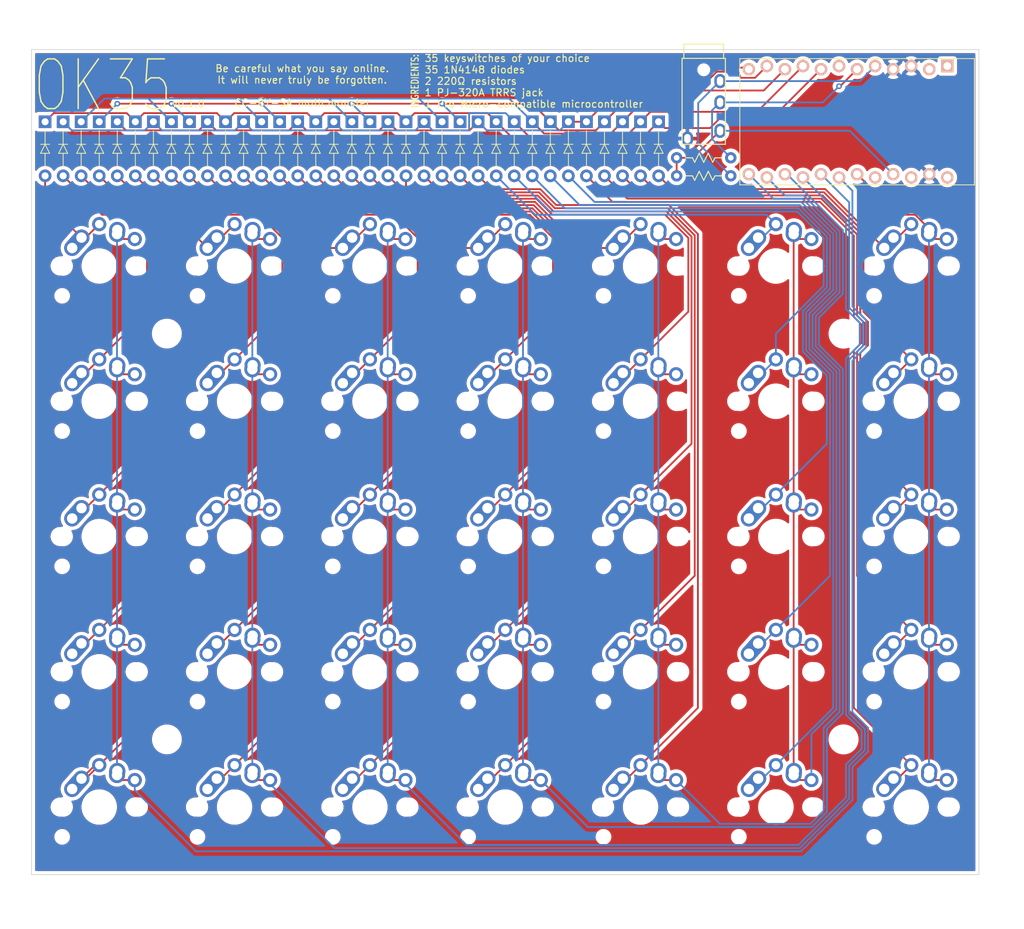
<source format=kicad_pcb>
(kicad_pcb (version 20211014) (generator pcbnew)
  (layers (0 "F.Cu" signal) (31 "B.Cu" signal) (34 "B.Paste" user) (35 "F.Paste" user) (36 "B.SilkS" user "B.Silkscreen") (37 "F.SilkS" user "F.Silkscreen") (38 "B.Mask" user) (39 "F.Mask" user) (44 "Edge.Cuts" user))
  (net 0 "")
  (net 1 "Row1")
  (net 2 "Net-(D1-Pad2)")
  (net 3 "Row2")
  (net 4 "Net-(D2-Pad2)")
  (net 5 "Row3")
  (net 6 "Net-(D3-Pad2)")
  (net 7 "Row4")
  (net 8 "Net-(D4-Pad2)")
  (net 9 "Row5")
  (net 10 "Net-(D5-Pad2)")
  (net 11 "Net-(D6-Pad2)")
  (net 12 "Net-(D7-Pad2)")
  (net 13 "Net-(D8-Pad2)")
  (net 14 "Net-(D9-Pad2)")
  (net 15 "Net-(D10-Pad2)")
  (net 16 "Net-(D11-Pad2)")
  (net 17 "Net-(D12-Pad2)")
  (net 18 "Net-(D13-Pad2)")
  (net 19 "Net-(D14-Pad2)")
  (net 20 "Net-(D15-Pad2)")
  (net 21 "Net-(D16-Pad2)")
  (net 22 "Net-(D17-Pad2)")
  (net 23 "Net-(D18-Pad2)")
  (net 24 "Net-(D19-Pad2)")
  (net 25 "Net-(D20-Pad2)")
  (net 26 "Net-(D21-Pad2)")
  (net 27 "Net-(D22-Pad2)")
  (net 28 "Net-(D23-Pad2)")
  (net 29 "Net-(D24-Pad2)")
  (net 30 "Net-(D25-Pad2)")
  (net 31 "Net-(D26-Pad2)")
  (net 32 "Net-(D27-Pad2)")
  (net 33 "Net-(D28-Pad2)")
  (net 34 "Net-(D29-Pad2)")
  (net 35 "Net-(D30-Pad2)")
  (net 36 "Net-(D31-Pad2)")
  (net 37 "Net-(D32-Pad2)")
  (net 38 "Net-(D33-Pad2)")
  (net 39 "Net-(D34-Pad2)")
  (net 40 "Net-(D35-Pad2)")
  (net 41 "SDA")
  (net 42 "VCC")
  (net 43 "SCL")
  (net 44 "Col1")
  (net 45 "Col2")
  (net 46 "Col3")
  (net 47 "Col4")
  (net 48 "Col5")
  (net 49 "Col6")
  (net 50 "Col7")
  (net 51 "GND")
  (footprint "keebio:MD_Diode" (layer "F.Cu") (at 25.4 8.89 -90)
    (fp_text reference "D9")
    (fp_text value "D" hide)
  )
  (footprint "keebio:MD_Diode" (layer "F.Cu") (at 73.66 8.89 -90)
    (fp_text reference "D6")
    (fp_text value "D" hide)
  )
  (footprint "Resistor_THT:R_Axial_DIN0207_L6.3mm_D2.5mm_P7.62mm_Horizontal" (layer "F.Cu") (at 101.6 10.16 180)
    (fp_text reference "R2" hide)
    (fp_text value "2K2")
  )
  (footprint "keebio:MX-Alps-Choc-1U-NoLED" (layer "F.Cu") (at 107.95 44.45)
    (fp_text reference "SW13" hide)
    (fp_text value "SW_SPST")
  )
  (footprint "keebio:MX-Alps-Choc-1U-NoLED" (layer "F.Cu") (at 127 101.6)
    (fp_text reference "SW35" hide)
    (fp_text value "SW_SPST")
  )
  (footprint "keebio:MX-Alps-Choc-1U-NoLED" (layer "F.Cu") (at 69.85 44.45)
    (fp_text reference "SW11" hide)
    (fp_text value "SW_SPST")
  )
  (footprint "keebio:MX-Alps-Choc-1U-NoLED" (layer "F.Cu") (at 12.7 63.5)
    (fp_text reference "SW15" hide)
    (fp_text value "SW_SPST")
  )
  (footprint "MountingHole:MountingHole_3.2mm_M3" (layer "F.Cu") (at 22.225 92.075)
    (fp_text reference "REF**" hide)
    (fp_text value "MountingHole_3.2mm_M3")
  )
  (footprint "keebio:MD_Diode" (layer "F.Cu") (at 50.8 8.89 -90)
    (fp_text reference "D11")
    (fp_text value "D" hide)
  )
  (footprint "keebio:MD_Diode" (layer "F.Cu") (at 43.18 8.89 -90)
    (fp_text reference "D24")
    (fp_text value "D" hide)
  )
  (footprint "keebio:MD_Diode" (layer "F.Cu") (at 12.7 8.89 -90)
    (fp_text reference "D8")
    (fp_text value "D" hide)
  )
  (footprint "MountingHole:MountingHole_3.2mm_M3" (layer "F.Cu") (at 22.225 34.925)
    (fp_text reference "REF**" hide)
    (fp_text value "MountingHole_3.2mm_M3")
  )
  (footprint "keebio:MX-Alps-Choc-1U-NoLED" (layer "F.Cu") (at 50.8 25.4)
    (fp_text reference "SW3" hide)
    (fp_text value "SW_SPST")
  )
  (footprint "keebio:MX-Alps-Choc-1U-NoLED" (layer "F.Cu") (at 31.75 44.45)
    (fp_text reference "SW9" hide)
    (fp_text value "SW_SPST")
  )
  (footprint "keebio:MD_Diode" (layer "F.Cu") (at 76.2 8.89 -90)
    (fp_text reference "D13")
    (fp_text value "D" hide)
  )
  (footprint "keebio:MD_Diode" (layer "F.Cu") (at 93.98 8.89 -90)
    (fp_text reference "D14")
    (fp_text value "D" hide)
  )
  (footprint "keebio:MX-Alps-Choc-1U-NoLED" (layer "F.Cu") (at 69.85 82.55)
    (fp_text reference "SW25" hide)
    (fp_text value "SW_SPST")
  )
  (footprint "keebio:MX-Alps-Choc-1U-NoLED" (layer "F.Cu") (at 69.85 63.5)
    (fp_text reference "SW18" hide)
    (fp_text value "SW_SPST")
  )
  (footprint "keebio:MD_Diode" (layer "F.Cu") (at 38.1 8.89 -90)
    (fp_text reference "D10")
    (fp_text value "D" hide)
  )
  (footprint "keebio:MD_Diode" (layer "F.Cu") (at 35.56 8.89 -90)
    (fp_text reference "D3")
    (fp_text value "D" hide)
  )
  (footprint "keebio:MX-Alps-Choc-1U-NoLED" (layer "F.Cu") (at 50.8 63.5)
    (fp_text reference "SW17" hide)
    (fp_text value "SW_SPST")
  )
  (footprint "keebio:MD_Diode" (layer "F.Cu") (at 10.16 8.89 -90)
    (fp_text reference "D1")
    (fp_text value "D" hide)
  )
  (footprint "keebio:MD_Diode" (layer "F.Cu") (at 48.26 8.89 -90)
    (fp_text reference "D4")
    (fp_text value "D" hide)
  )
  (footprint "keebio:MX-Alps-Choc-1U-NoLED" (layer "F.Cu") (at 69.85 25.4)
    (fp_text reference "SW4" hide)
    (fp_text value "SW_SPST")
  )
  (footprint "keebio:TRRS-PJ-320A" (layer "F.Cu") (at 97.79 -3.8425)
    (fp_text reference "U1")
    (fp_text value "TRRS")
  )
  (footprint "keebio:MD_Diode" (layer "F.Cu") (at 33.02 8.89 -90)
    (fp_text reference "D30")
    (fp_text value "D" hide)
  )
  (footprint "keebio:MD_Diode" (layer "F.Cu") (at 66.04 8.89 -90)
    (fp_text reference "D19")
    (fp_text value "D" hide)
  )
  (footprint "keebio:MD_Diode" (layer "F.Cu") (at 30.48 8.89 -90)
    (fp_text reference "D23")
    (fp_text value "D" hide)
  )
  (footprint "keebio:MX-Alps-Choc-1U-NoLED" (layer "F.Cu") (at 50.8 44.45)
    (fp_text reference "SW10" hide)
    (fp_text value "SW_SPST")
  )
  (footprint "keebio:MD_Diode" (layer "F.Cu") (at 68.58 8.89 -90)
    (fp_text reference "D26")
    (fp_text value "D" hide)
  )
  (footprint "keebio:MX-Alps-Choc-1U-NoLED" (layer "F.Cu") (at 107.95 101.6)
    (fp_text reference "SW34" hide)
    (fp_text value "SW_SPST")
  )
  (footprint "keebio:MX-Alps-Choc-1U-NoLED" (layer "F.Cu") (at 107.95 82.55)
    (fp_text reference "SW27" hide)
    (fp_text value "SW_SPST")
  )
  (footprint "keebio:MX-Alps-Choc-1U-NoLED" (layer "F.Cu") (at 127 63.5)
    (fp_text reference "SW21" hide)
    (fp_text value "SW_SPST")
  )
  (footprint "keebio:MD_Diode" (layer "F.Cu") (at 96.52 8.89 -90)
    (fp_text reference "D7")
    (fp_text value "D" hide)
  )
  (footprint "keebio:MD_Diode" (layer "F.Cu") (at 53.34 8.89 -90)
    (fp_text reference "D18")
    (fp_text value "D" hide)
  )
  (footprint "keebio:MD_Diode" (layer "F.Cu") (at 55.88 8.89 -90)
    (fp_text reference "D25")
    (fp_text value "D" hide)
  )
  (footprint "keebio:MX-Alps-Choc-1U-NoLED" (layer "F.Cu") (at 127 82.55)
    (fp_text reference "SW28" hide)
    (fp_text value "SW_SPST")
  )
  (footprint "keebio:MX-Alps-Choc-1U-NoLED" (layer "F.Cu") (at 31.75 63.5)
    (fp_text reference "SW16" hide)
    (fp_text value "SW_SPST")
  )
  (footprint "keebio:MD_Diode" (layer "F.Cu") (at 22.86 8.89 -90)
    (fp_text reference "D2")
    (fp_text value "D" hide)
  )
  (footprint "keebio:MD_Diode" (layer "F.Cu") (at 71.12 8.89 -90)
    (fp_text reference "D33")
    (fp_text value "D" hide)
  )
  (footprint "keebio:MX-Alps-Choc-1U-NoLED" (layer "F.Cu") (at 127 25.4)
    (fp_text reference "SW7" hide)
    (fp_text value "SW_SPST")
  )
  (footprint "Resistor_THT:R_Axial_DIN0207_L6.3mm_D2.5mm_P7.62mm_Horizontal" (layer "F.Cu") (at 101.6 12.7 180)
    (fp_text reference "R1" hide)
    (fp_text value "2K2")
  )
  (footprint "keebio:MD_Diode" (layer "F.Cu") (at 86.36 8.89 -90)
    (fp_text reference "D35")
    (fp_text value "D" hide)
  )
  (footprint "keebio:MD_Diode" (layer "F.Cu") (at 63.5 8.89 -90)
    (fp_text reference "D12")
    (fp_text value "D" hide)
  )
  (footprint "keebio:MD_Diode" (layer "F.Cu") (at 83.82 8.89 -90)
    (fp_text reference "D34")
    (fp_text value "D" hide)
  )
  (footprint "keebio:MX-Alps-Choc-1U-NoLED" (layer "F.Cu") (at 12.7 44.45)
    (fp_text reference "SW8" hide)
    (fp_text value "SW_SPST")
  )
  (footprint "MountingHole:MountingHole_3.2mm_M3" (layer "F.Cu") (at 117.475 92.075)
    (fp_text reference "REF**" hide)
    (fp_text value "MountingHole_3.2mm_M3")
  )
  (footprint "keebio:MX-Alps-Choc-1U-NoLED" (layer "F.Cu") (at 12.7 101.6)
    (fp_text reference "SW29" hide)
    (fp_text value "SW_SPST")
  )
  (footprint "keebio:MX-Alps-Choc-1U-NoLED" (layer "F.Cu") (at 88.9 82.55)
    (fp_text reference "SW26" hide)
    (fp_text value "SW_SPST")
  )
  (footprint "keebio:MX-Alps-Choc-1U-NoLED" (layer "F.Cu") (at 88.9 101.6)
    (fp_text reference "SW33" hide)
    (fp_text value "SW_SPST")
  )
  (footprint "keebio:MX-Alps-Choc-1U-NoLED" (layer "F.Cu") (at 50.8 82.55)
    (fp_text reference "SW24" hide)
    (fp_text value "SW_SPST")
  )
  (footprint "keebio:MD_Diode" (layer "F.Cu") (at 60.96 8.89 -90)
    (fp_text reference "D5")
    (fp_text value "D" hide)
  )
  (footprint "keebio:MD_Diode" (layer "F.Cu") (at 81.28 8.89 -90)
    (fp_text reference "D27")
    (fp_text value "D" hide)
  )
  (footprint "keebio:MD_Diode" (layer "F.Cu") (at 88.9 8.89 -90)
    (fp_text reference "D28")
    (fp_text value "D" hide)
  )
  (footprint "keebio:MX-Alps-Choc-1U-NoLED" (layer "F.Cu") (at 69.85 101.6)
    (fp_text reference "SW32" hide)
    (fp_text value "SW_SPST")
  )
  (footprint "keebio:MX-Alps-Choc-1U-NoLED" (layer "F.Cu") (at 88.9 25.4)
    (fp_text reference "SW5" hide)
    (fp_text value "SW_SPST")
  )
  (footprint "keebio:MD_Diode" (layer "F.Cu") (at 40.64 8.89 -90)
    (fp_text reference "D17")
    (fp_text value "D" hide)
  )
  (footprint "keebio:MX-Alps-Choc-1U-NoLED" (layer "F.Cu") (at 107.95 25.4)
    (fp_text reference "SW6" hide)
    (fp_text value "SW_SPST")
  )
  (footprint "keebio:MD_Diode" (layer "F.Cu") (at 15.24 8.89 -90)
    (fp_text reference "D15")
    (fp_text value "D" hide)
  )
  (footprint "keebio:ArduinoProMicro-ZigZag" (layer "F.Cu") (at 118.11 5.08 180)
    (fp_text reference "U2" hide)
    (fp_text value "ProMicro" hide)
  )
  (footprint "MountingHole:MountingHole_3.2mm_M3" (layer "F.Cu") (at 117.475 34.925)
    (fp_text reference "REF**" hide)
    (fp_text value "MountingHole_3.2mm_M3")
  )
  (footprint "keebio:MD_Diode" (layer "F.Cu") (at 91.44 8.89 -90)
    (fp_text reference "D21")
    (fp_text value "D" hide)
  )
  (footprint "keebio:MX-Alps-Choc-1U-NoLED" (layer "F.Cu") (at 50.8 101.6)
    (fp_text reference "SW31" hide)
    (fp_text value "SW_SPST")
  )
  (footprint "keebio:MD_Diode" (layer "F.Cu") (at 78.74 8.89 -90)
    (fp_text reference "D20")
    (fp_text value "D" hide)
  )
  (footprint "keebio:MX-Alps-Choc-1U-NoLED" (layer "F.Cu") (at 12.7 82.55)
    (fp_text reference "SW22" hide)
    (fp_text value "SW_SPST")
  )
  (footprint "keebio:MD_Diode" (layer "F.Cu") (at 58.42 8.89 -90)
    (fp_text reference "D32")
    (fp_text value "D" hide)
  )
  (footprint "keebio:MX-Alps-Choc-1U-NoLED" (layer "F.Cu") (at 31.75 25.4)
    (fp_text reference "SW2" hide)
    (fp_text value "SW_SPST")
  )
  (footprint "keebio:MX-Alps-Choc-1U-NoLED" (layer "F.Cu") (at 12.7 25.4)
    (fp_text reference "SW1" hide)
    (fp_text value "SW_SPST")
  )
  (footprint "keebio:MX-Alps-Choc-1U-NoLED" (layer "F.Cu") (at 31.75 82.55)
    (fp_text reference "SW23" hide)
    (fp_text value "SW_SPST")
  )
  (footprint "keebio:MD_Diode" (layer "F.Cu") (at 27.94 8.89 -90)
    (fp_text reference "D16")
    (fp_text value "D" hide)
  )
  (footprint "keebio:MX-Alps-Choc-1U-NoLED" (layer "F.Cu") (at 107.95 63.5)
    (fp_text reference "SW20" hide)
    (fp_text value "SW_SPST")
  )
  (footprint "keebio:MX-Alps-Choc-1U-NoLED" (layer "F.Cu") (at 31.75 101.6)
    (fp_text reference "SW30" hide)
    (fp_text value "SW_SPST")
  )
  (footprint "keebio:MD_Diode" (layer "F.Cu") (at 45.72 8.89 -90)
    (fp_text reference "D31")
    (fp_text value "D" hide)
  )
  (footprint "keebio:MD_Diode" (layer "F.Cu") (at 20.32 8.89 -90)
    (fp_text reference "D29")
    (fp_text value "D" hide)
  )
  (footprint "keebio:MD_Diode" (layer "F.Cu") (at 17.78 8.89 -90)
    (fp_text reference "D22")
    (fp_text value "D" hide)
  )
  (footprint "keebio:MX-Alps-Choc-1U-NoLED" (layer "F.Cu") (at 127 44.45)
    (fp_text reference "SW14" hide)
    (fp_text value "SW_SPST")
  )
  (footprint "keebio:MX-Alps-Choc-1U-NoLED" (layer "F.Cu") (at 88.9 44.45)
    (fp_text reference "SW12" hide)
    (fp_text value "SW_SPST")
  )
  (footprint "keebio:MX-Alps-Choc-1U-NoLED" (layer "F.Cu") (at 88.9 63.5)
    (fp_text reference "SW19" hide)
    (fp_text value "SW_SPST")
  )
  (gr_line (start 95.25 12.7) (end 96.2025 12.7) (layer "F.SilkS") (width 0.15))
  (gr_line (start 95.25 10.16) (end 96.2025 10.16) (layer "F.SilkS") (width 0.15))
  (gr_line (start 99.06 13.335) (end 99.3775 12.7) (layer "F.SilkS") (width 0.15))
  (gr_line (start 97.155 12.065) (end 97.79 13.335) (layer "F.SilkS") (width 0.15))
  (gr_line (start 100.33 10.16) (end 99.3775 10.16) (layer "F.SilkS") (width 0.15))
  (gr_line (start 96.52 10.795) (end 97.155 9.525) (layer "F.SilkS") (width 0.15))
  (gr_line (start 98.425 12.065) (end 99.06 13.335) (layer "F.SilkS") (width 0.15))
  (gr_line (start 96.2025 12.7) (end 96.52 13.335) (layer "F.SilkS") (width 0.15))
  (gr_line (start 96.52 13.335) (end 97.155 12.065) (layer "F.SilkS") (width 0.15))
  (gr_line (start 98.425 9.525) (end 99.06 10.795) (layer "F.SilkS") (width 0.15))
  (gr_line (start 97.155 9.525) (end 97.79 10.795) (layer "F.SilkS") (width 0.15))
  (gr_line (start 96.2025 10.16) (end 96.52 10.795) (layer "F.SilkS") (width 0.15))
  (gr_line (start 99.06 10.795) (end 99.3775 10.16) (layer "F.SilkS") (width 0.15))
  (gr_line (start 100.33 12.7) (end 99.3775 12.7) (layer "F.SilkS") (width 0.15))
  (gr_line (start 97.79 13.335) (end 98.425 12.065) (layer "F.SilkS") (width 0.15))
  (gr_line (start 97.79 10.795) (end 98.425 9.525) (layer "F.SilkS") (width 0.15))
  (gr_line (start 136.525 111.125) (end 3.175 111.125) (layer "Edge.Cuts") (width 0.1))
  (gr_line (start 3.175 111.125) (end 3.175 -5.08) (layer "Edge.Cuts") (width 0.1))
  (gr_line (start 136.525 -5.08) (end 3.175 -5.08) (layer "Edge.Cuts") (width 0.1))
  (gr_line (start 136.525 111.125) (end 136.525 -5.08) (layer "Edge.Cuts") (width 0.1))
  (gr_text "INGREDIENTS:" (at 57.15 -0.635 90) (layer "F.SilkS") (effects (font (size 1 0.75))))
  (gr_text "Be careful what you say online.\nIt will never truly be forgotten.\n\nCC-BY-SA moth.monster" (at 41.275 0) (layer "F.SilkS") (effects (font (size 1 1))))
  (gr_text "v0.1.0" (at 22.86 2.54) (layer "F.SilkS") (effects (font (size 1 1)) (justify left)))
  (gr_text "35 keyswitches of your choice\n35 1N4148 diodes\n2 220Ω resistors\n1 PJ-320A TRRS jack\n1 Pro Micro-compatible microcontroller" (at 58.42 -0.635) (layer "F.SilkS") (effects (font (size 1 1)) (justify left)))
  (gr_text "OK35" (at 3.175 0) (layer "F.SilkS") (effects (font (size 7 5) (thickness 0.2)) (justify left)))
  (segment (start 44.393511 3.866489) (end 43.18 5.08) (width 0.25) (layer "F.Cu") (net 1))
  (segment (start 5.08 5.08) (end 6.293511 3.866489) (width 0.25) (layer "F.Cu") (net 1))
  (segment (start 6.293511 3.866489) (end 16.566489 3.866489) (width 0.25) (layer "F.Cu") (net 1))
  (segment (start 54.666489 3.866489) (end 44.393511 3.866489) (width 0.25) (layer "F.Cu") (net 1))
  (segment (start 92.328999 5.968999) (end 98.68819 5.968999) (width 0.25) (layer "F.Cu") (net 1))
  (segment (start 31.693511 3.866489) (end 30.48 5.08) (width 0.25) (layer "F.Cu") (net 1))
  (segment (start 16.566489 3.866489) (end 17.78 5.08) (width 0.25) (layer "F.Cu") (net 1))
  (segment (start 88.877929 7.642071) (end 91.44 5.08) (width 0.25) (layer "F.Cu") (net 1))
  (segment (start 29.266489 3.866489) (end 18.993511 3.866489) (width 0.25) (layer "F.Cu") (net 1))
  (segment (start 98.68819 5.968999) (end 100.525649 4.13154) (width 0.25) (layer "F.Cu") (net 1))
  (segment (start 71.142071 7.642071) (end 88.877929 7.642071) (width 0.25) (layer "F.Cu") (net 1))
  (segment (start 57.093511 3.866489) (end 55.88 5.08) (width 0.25) (layer "F.Cu") (net 1))
  (segment (start 100.525649 4.13154) (end 107.85706 4.13154) (width 0.25) (layer "F.Cu") (net 1))
  (segment (start 91.44 5.08) (end 92.328999 5.968999) (width 0.25) (layer "F.Cu") (net 1))
  (segment (start 43.18 5.08) (end 41.966489 3.866489) (width 0.25) (layer "F.Cu") (net 1))
  (segment (start 55.88 5.08) (end 54.666489 3.866489) (width 0.25) (layer "F.Cu") (net 1))
  (segment (start 30.48 5.08) (end 29.266489 3.866489) (width 0.25) (layer "F.Cu") (net 1))
  (segment (start 68.58 5.08) (end 71.142071 7.642071) (width 0.25) (layer "F.Cu") (net 1))
  (segment (start 107.85706 4.13154) (end 114.3 -2.3114) (width 0.25) (layer "F.Cu") (net 1))
  (segment (start 68.58 5.08) (end 67.366489 3.866489) (width 0.25) (layer "F.Cu") (net 1))
  (segment (start 18.993511 3.866489) (end 17.78 5.08) (width 0.25) (layer "F.Cu") (net 1))
  (segment (start 67.366489 3.866489) (end 57.093511 3.866489) (width 0.25) (layer "F.Cu") (net 1))
  (segment (start 41.966489 3.866489) (end 31.693511 3.866489) (width 0.25) (layer "F.Cu") (net 1))
  (segment (start 5.08 16.28) (end 10.2 21.4) (width 0.25) (layer "F.Cu") (net 2))
  (segment (start 10.8 21.4) (end 10.2 21.4) (width 0.25) (layer "F.Cu") (net 2))
  (segment (start 5.08 12.7) (end 5.08 16.28) (width 0.25) (layer "F.Cu") (net 2))
  (segment (start 12.7 19.5) (end 10.8 21.4) (width 0.25) (layer "F.Cu") (net 2))
  (segment (start 88.9 5.08) (end 90.29798 3.68202) (width 0.25) (layer "F.Cu") (net 3))
  (segment (start 90.29798 3.68202) (end 105.30938 3.68202) (width 0.25) (layer "F.Cu") (net 3))
  (segment (start 86.787449 7.192551) (end 88.9 5.08) (width 0.25) (layer "F.Cu") (net 3))
  (segment (start 73.232551 7.192551) (end 86.787449 7.192551) (width 0.25) (layer "F.Cu") (net 3))
  (segment (start 105.30938 3.68202) (end 111.76 -2.7686) (width 0.25) (layer "F.Cu") (net 3))
  (segment (start 71.12 5.08) (end 73.232551 7.192551) (width 0.25) (layer "F.Cu") (net 3))
  (segment (start 64.77 6.237022) (end 64.713511 6.293511) (width 0.25) (layer "B.Cu") (net 3))
  (segment (start 64.77 3.922978) (end 64.77 6.237022) (width 0.25) (layer "B.Cu") (net 3))
  (segment (start 33.02 5.08) (end 34.233511 6.293511) (width 0.25) (layer "B.Cu") (net 3))
  (segment (start 8.833511 6.293511) (end 19.106489 6.293511) (width 0.25) (layer "B.Cu") (net 3))
  (segment (start 20.32 5.08) (end 21.533511 6.293511) (width 0.25) (layer "B.Cu") (net 3))
  (segment (start 46.933511 6.293511) (end 57.206489 6.293511) (width 0.25) (layer "B.Cu") (net 3))
  (segment (start 57.206489 6.293511) (end 58.42 5.08) (width 0.25) (layer "B.Cu") (net 3))
  (segment (start 64.826489 3.866489) (end 64.77 3.922978) (width 0.25) (layer "B.Cu") (net 3))
  (segment (start 44.506489 6.293511) (end 45.72 5.08) (width 0.25) (layer "B.Cu") (net 3))
  (segment (start 71.12 5.08) (end 69.906489 3.866489) (width 0.25) (layer "B.Cu") (net 3))
  (segment (start 21.533511 6.293511) (end 31.806489 6.293511) (width 0.25) (layer "B.Cu") (net 3))
  (segment (start 19.106489 6.293511) (end 20.32 5.08) (width 0.25) (layer "B.Cu") (net 3))
  (segment (start 45.72 5.08) (end 46.933511 6.293511) (width 0.25) (layer "B.Cu") (net 3))
  (segment (start 59.633511 6.293511) (end 58.42 5.08) (width 0.25) (layer "B.Cu") (net 3))
  (segment (start 69.906489 3.866489) (end 64.826489 3.866489) (width 0.25) (layer "B.Cu") (net 3))
  (segment (start 31.806489 6.293511) (end 33.02 5.08) (width 0.25) (layer "B.Cu") (net 3))
  (segment (start 7.62 5.08) (end 8.833511 6.293511) (width 0.25) (layer "B.Cu") (net 3))
  (segment (start 64.713511 6.293511) (end 59.633511 6.293511) (width 0.25) (layer "B.Cu") (net 3))
  (segment (start 34.233511 6.293511) (end 44.506489 6.293511) (width 0.25) (layer "B.Cu") (net 3))
  (segment (start 28.39 22.86) (end 31.75 19.5) (width 0.25) (layer "F.Cu") (net 4))
  (segment (start 17.78 12.7) (end 27.94 22.86) (width 0.25) (layer "F.Cu") (net 4))
  (segment (start 27.94 22.86) (end 28.39 22.86) (width 0.25) (layer "F.Cu") (net 4))
  (segment (start 106.22658 0.68202) (end 90.75798 0.68202) (width 0.25) (layer "F.Cu") (net 5))
  (segment (start 84.696969 6.743031) (end 86.36 5.08) (width 0.25) (layer "F.Cu") (net 5))
  (segment (start 109.22 -2.3114) (end 106.22658 0.68202) (width 0.25) (layer "F.Cu") (net 5))
  (segment (start 90.75798 0.68202) (end 86.36 5.08) (width 0.25) (layer "F.Cu") (net 5))
  (segment (start 75.323031 6.743031) (end 84.696969 6.743031) (width 0.25) (layer "F.Cu") (net 5))
  (segment (start 73.66 5.08) (end 75.323031 6.743031) (width 0.25) (layer "F.Cu") (net 5))
  (segment (start 13.424511 1.815489) (end 10.16 5.08) (width 0.25) (layer "B.Cu") (net 5))
  (segment (start 44.995489 1.815489) (end 44.920511 1.815489) (width 0.25) (layer "B.Cu") (net 5))
  (segment (start 70.395489 1.815489) (end 57.695489 1.815489) (width 0.25) (layer "B.Cu") (net 5))
  (segment (start 44.920511 1.815489) (end 32.295489 1.815489) (width 0.25) (layer "B.Cu") (net 5))
  (segment (start 60.96 5.08) (end 57.695489 1.815489) (width 0.25) (layer "B.Cu") (net 5))
  (segment (start 48.26 5.08) (end 44.995489 1.815489) (width 0.25) (layer "B.Cu") (net 5))
  (segment (start 19.595489 1.815489) (end 13.424511 1.815489) (width 0.25) (layer "B.Cu") (net 5))
  (segment (start 57.695489 1.815489) (end 44.920511 1.815489) (width 0.25) (layer "B.Cu") (net 5))
  (segment (start 32.295489 1.815489) (end 19.595489 1.815489) (width 0.25) (layer "B.Cu") (net 5))
  (segment (start 35.56 5.08) (end 32.295489 1.815489) (width 0.25) (layer "B.Cu") (net 5))
  (segment (start 73.66 5.08) (end 70.395489 1.815489) (width 0.25) (layer "B.Cu") (net 5))
  (segment (start 22.86 5.08) (end 19.595489 1.815489) (width 0.25) (layer "B.Cu") (net 5))
  (segment (start 42.426014 22.86) (end 46.99 22.86) (width 0.25) (layer "F.Cu") (net 6))
  (segment (start 46.99 22.86) (end 47.44 22.86) (width 0.25) (layer "F.Cu") (net 6))
  (segment (start 30.48 12.7) (end 34.157409 16.377409) (width 0.25) (layer "F.Cu") (net 6))
  (segment (start 35.943423 16.377409) (end 42.426014 22.86) (width 0.25) (layer "F.Cu") (net 6))
  (segment (start 47.44 22.86) (end 50.8 19.5) (width 0.25) (layer "F.Cu") (net 6))
  (segment (start 34.157409 16.377409) (end 35.943423 16.377409) (width 0.25) (layer "F.Cu") (net 6))
  (segment (start 82.606489 6.293511) (end 83.82 5.08) (width 0.25) (layer "F.Cu") (net 7))
  (segment (start 77.413511 6.293511) (end 82.606489 6.293511) (width 0.25) (layer "F.Cu") (net 7))
  (segment (start 88.6675 0.2325) (end 83.82 5.08) (width 0.25) (layer "F.Cu") (net 7))
  (segment (start 105.021989 -1.110589) (end 103.029411 -1.110589) (width 0.25) (layer "F.Cu") (net 7))
  (segment (start 97.424689 0.2325) (end 88.6675 0.2325) (width 0.25) (layer "F.Cu") (net 7))
  (segment (start 106.68 -2.7686) (end 105.021989 -1.110589) (width 0.25) (layer "F.Cu") (net 7))
  (segment (start 48.26 2.54) (end 60.96 2.54) (width 0.25) (layer "F.Cu") (net 7))
  (segment (start 15.24 2.54) (end 22.86 2.54) (width 0.25) (layer "F.Cu") (net 7))
  (segment (start 48.26 2.54) (end 35.56 2.54) (width 0.25) (layer "F.Cu") (net 7))
  (segment (start 76.2 5.08) (end 73.66 2.54) (width 0.25) (layer "F.Cu") (net 7))
  (segment (start 99.624209 -1.96702) (end 97.424689 0.2325) (width 0.25) (layer "F.Cu") (net 7))
  (segment (start 35.56 2.54) (end 22.86 2.54) (width 0.25) (layer "F.Cu") (net 7))
  (segment (start 103.029411 -1.110589) (end 102.17298 -1.96702) (width 0.25) (layer "F.Cu") (net 7))
  (segment (start 73.66 2.54) (end 60.96 2.54) (width 0.25) (layer "F.Cu") (net 7))
  (segment (start 76.2 5.08) (end 77.413511 6.293511) (width 0.25) (layer "F.Cu") (net 7))
  (segment (start 102.17298 -1.96702) (end 99.624209 -1.96702) (width 0.25) (layer "F.Cu") (net 7))
  (via (at 15.24 2.54) (size 0.8) (drill 0.4) (layers "F.Cu" "B.Cu") (net 7))
  (via (at 60.96 2.54) (size 0.8) (drill 0.4) (layers "F.Cu" "B.Cu") (net 7))
  (via (at 22.86 2.54) (size 0.8) (drill 0.4) (layers "F.Cu" "B.Cu") (net 7))
  (via (at 35.56 2.54) (size 0.8) (drill 0.4) (layers "F.Cu" "B.Cu") (net 7))
  (via (at 48.26 2.54) (size 0.8) (drill 0.4) (layers "F.Cu" "B.Cu") (net 7))
  (segment (start 12.7 5.08) (end 15.24 2.54) (width 0.25) (layer "B.Cu") (net 7))
  (segment (start 63.5 5.08) (end 60.96 2.54) (width 0.25) (layer "B.Cu") (net 7))
  (segment (start 25.4 5.08) (end 22.86 2.54) (width 0.25) (layer "B.Cu") (net 7))
  (segment (start 38.1 5.08) (end 35.56 2.54) (width 0.25) (layer "B.Cu") (net 7))
  (segment (start 50.8 5.08) (end 48.26 2.54) (width 0.25) (layer "B.Cu") (net 7))
  (segment (start 54.993421 16.377409) (end 61.476011 22.86) (width 0.25) (layer "F.Cu") (net 8))
  (segment (start 69.85 19.5) (end 66.49 22.86) (width 0.25) (layer "F.Cu") (net 8))
  (segment (start 61.476011 22.86) (end 66.04 22.86) (width 0.25) (layer "F.Cu") (net 8))
  (segment (start 43.18 12.7) (end 46.857409 16.377409) (width 0.25) (layer "F.Cu") (net 8))
  (segment (start 46.857409 16.377409) (end 54.993421 16.377409) (width 0.25) (layer "F.Cu") (net 8))
  (segment (start 66.49 22.86) (end 66.04 22.86) (width 0.25) (layer "F.Cu") (net 8))
  (segment (start 27.94 5.08) (end 29.153511 6.293511) (width 0.25) (layer "F.Cu") (net 9))
  (segment (start 103.9114 -2.54) (end 104.14 -2.3114) (width 0.25) (layer "F.Cu") (net 9))
  (segment (start 54.553511 6.293511) (end 64.826489 6.293511) (width 0.25) (layer "F.Cu") (net 9))
  (segment (start 52.126489 6.293511) (end 53.34 5.08) (width 0.25) (layer "F.Cu") (net 9))
  (segment (start 41.853511 6.293511) (end 52.126489 6.293511) (width 0.25) (layer "F.Cu") (net 9))
  (segment (start 40.64 5.08) (end 41.853511 6.293511) (width 0.25) (layer "F.Cu") (net 9))
  (segment (start 97.238491 -0.21702) (end 99.561471 -2.54) (width 0.25) (layer "F.Cu") (net 9))
  (segment (start 81.28 5.08) (end 78.74 5.08) (width 0.25) (layer "F.Cu") (net 9))
  (segment (start 16.453511 6.293511) (end 26.726489 6.293511) (width 0.25) (layer "F.Cu") (net 9))
  (segment (start 81.28 5.08) (end 86.57702 -0.21702) (width 0.25) (layer "F.Cu") (net 9))
  (segment (start 53.34 5.08) (end 54.553511 6.293511) (width 0.25) (layer "F.Cu") (net 9))
  (segment (start 26.726489 6.293511) (end 27.94 5.08) (width 0.25) (layer "F.Cu") (net 9))
  (segment (start 86.57702 -0.21702) (end 97.238491 -0.21702) (width 0.25) (layer "F.Cu") (net 9))
  (segment (start 64.826489 6.293511) (end 66.04 5.08) (width 0.25) (layer "F.Cu") (net 9))
  (segment (start 15.24 5.08) (end 16.453511 6.293511) (width 0.25) (layer "F.Cu") (net 9))
  (segment (start 29.153511 6.293511) (end 39.426489 6.293511) (width 0.25) (layer "F.Cu") (net 9))
  (segment (start 39.426489 6.293511) (end 40.64 5.08) (width 0.25) (layer "F.Cu") (net 9))
  (segment (start 99.561471 -2.54) (end 103.9114 -2.54) (width 0.25) (layer "F.Cu") (net 9))
  (segment (start 77.526489 6.293511) (end 78.74 5.08) (width 0.25) (layer "B.Cu") (net 9))
  (segment (start 66.04 5.08) (end 67.253511 6.293511) (width 0.25) (layer "B.Cu") (net 9))
  (segment (start 67.253511 6.293511) (end 77.526489 6.293511) (width 0.25) (layer "B.Cu") (net 9))
  (segment (start 80.526013 22.86) (end 85.09 22.86) (width 0.25) (layer "F.Cu") (net 10))
  (segment (start 55.88 14.085402) (end 58.167558 16.37296) (width 0.25) (layer "F.Cu") (net 10))
  (segment (start 85.09 22.86) (end 85.54 22.86) (width 0.25) (layer "F.Cu") (net 10))
  (segment (start 74.038973 16.37296) (end 80.526013 22.86) (width 0.25) (layer "F.Cu") (net 10))
  (segment (start 58.167558 16.37296) (end 74.038973 16.37296) (width 0.25) (layer "F.Cu") (net 10))
  (segment (start 55.88 12.7) (end 55.88 14.085402) (width 0.25) (layer "F.Cu") (net 10))
  (segment (start 85.54 22.86) (end 88.9 19.5) (width 0.25) (layer "F.Cu") (net 10))
  (segment (start 107.95 19.5) (end 106.625489 18.175489) (width 0.25) (layer "B.Cu") (net 11))
  (segment (start 74.055489 18.175489) (end 68.58 12.7) (width 0.25) (layer "B.Cu") (net 11))
  (segment (start 104.14 22.86) (end 104.59 22.86) (width 0.25) (layer "B.Cu") (net 11))
  (segment (start 104.59 22.86) (end 107.95 19.5) (width 0.25) (layer "B.Cu") (net 11))
  (segment (start 106.625489 18.175489) (end 74.055489 18.175489) (width 0.25) (layer "B.Cu") (net 11))
  (segment (start 91.44 12.7) (end 93.302268 14.562268) (width 0.25) (layer "F.Cu") (net 12))
  (segment (start 93.302268 14.562268) (end 114.892268 14.562268) (width 0.25) (layer "F.Cu") (net 12))
  (segment (start 114.892268 14.562268) (end 123.19 22.86) (width 0.25) (layer "F.Cu") (net 12))
  (segment (start 123.64 22.86) (end 123.19 22.86) (width 0.25) (layer "F.Cu") (net 12))
  (segment (start 127 19.5) (end 123.64 22.86) (width 0.25) (layer "F.Cu") (net 12))
  (segment (start 8.89 41.91) (end 9.34 41.91) (width 0.25) (layer "F.Cu") (net 13))
  (segment (start 19.424521 20.694521) (end 19.424521 31.825479) (width 0.25) (layer "F.Cu") (net 13))
  (segment (start 7.62 12.7) (end 13.095489 18.175489) (width 0.25) (layer "F.Cu") (net 13))
  (segment (start 9.34 41.91) (end 12.7 38.55) (width 0.25) (layer "F.Cu") (net 13))
  (segment (start 13.095489 18.175489) (end 16.905489 18.175489) (width 0.25) (layer "F.Cu") (net 13))
  (segment (start 16.905489 18.175489) (end 19.424521 20.694521) (width 0.25) (layer "F.Cu") (net 13))
  (segment (start 19.424521 31.825479) (end 12.7 38.55) (width 0.25) (layer "F.Cu") (net 13))
  (segment (start 27.94 41.91) (end 28.39 41.91) (width 0.25) (layer "F.Cu") (net 14))
  (segment (start 20.32 12.7) (end 25.795489 18.175489) (width 0.25) (layer "F.Cu") (net 14))
  (segment (start 28.39 41.91) (end 31.75 38.55) (width 0.25) (layer "F.Cu") (net 14))
  (segment (start 35.198632 18.175489) (end 38.474521 21.451378) (width 0.25) (layer "F.Cu") (net 14))
  (segment (start 25.795489 18.175489) (end 35.198632 18.175489) (width 0.25) (layer "F.Cu") (net 14))
  (segment (start 38.474521 31.825479) (end 31.75 38.55) (width 0.25) (layer "F.Cu") (net 14))
  (segment (start 38.474521 21.451378) (end 38.474521 31.825479) (width 0.25) (layer "F.Cu") (net 14))
  (segment (start 38.495489 18.175489) (end 54.248632 18.175489) (width 0.25) (layer "F.Cu") (net 15))
  (segment (start 57.524521 21.451379) (end 57.524521 31.825479) (width 0.25) (layer "F.Cu") (net 15))
  (segment (start 57.524521 31.825479) (end 50.8 38.55) (width 0.25) (layer "F.Cu") (net 15))
  (segment (start 46.99 41.91) (end 47.44 41.91) (width 0.25) (layer "F.Cu") (net 15))
  (segment (start 33.02 12.7) (end 38.495489 18.175489) (width 0.25) (layer "F.Cu") (net 15))
  (segment (start 54.248632 18.175489) (end 57.524521 21.451379) (width 0.25) (layer "F.Cu") (net 15))
  (segment (start 47.44 41.91) (end 50.8 38.55) (width 0.25) (layer "F.Cu") (net 15))
  (segment (start 57.427219 18.175489) (end 55.179618 15.927889) (width 0.25) (layer "F.Cu") (net 16))
  (segment (start 73.298632 18.175489) (end 57.427219 18.175489) (width 0.25) (layer "F.Cu") (net 16))
  (segment (start 55.179618 15.927889) (end 48.947889 15.927889) (width 0.25) (layer "F.Cu") (net 16))
  (segment (start 76.574521 21.451378) (end 73.991104 18.867961) (width 0.25) (layer "F.Cu") (net 16))
  (segment (start 69.85 38.55) (end 76.574521 31.825479) (width 0.25) (layer "F.Cu") (net 16))
  (segment (start 66.04 41.91) (end 66.49 41.91) (width 0.25) (layer "F.Cu") (net 16))
  (segment (start 76.574521 31.825479) (end 76.574521 21.451378) (width 0.25) (layer "F.Cu") (net 16))
  (segment (start 73.991104 18.867961) (end 73.298632 18.175489) (width 0.25) (layer "F.Cu") (net 16))
  (segment (start 48.947889 15.927889) (end 45.72 12.7) (width 0.25) (layer "F.Cu") (net 16))
  (segment (start 66.49 41.91) (end 69.85 38.55) (width 0.25) (layer "F.Cu") (net 16))
  (segment (start 85.09 41.91) (end 85.54 41.91) (width 0.25) (layer "F.Cu") (net 17))
  (segment (start 92.331572 18.158428) (end 76.460159 18.158428) (width 0.25) (layer "F.Cu") (net 17))
  (segment (start 76.460159 18.158428) (end 74.22517 15.92344) (width 0.25) (layer "F.Cu") (net 17))
  (segment (start 61.64344 15.92344) (end 58.42 12.7) (width 0.25) (layer "F.Cu") (net 17))
  (segment (start 95.624521 21.451378) (end 92.331572 18.158428) (width 0.25) (layer "F.Cu") (net 17))
  (segment (start 85.54 41.91) (end 88.9 38.55) (width 0.25) (layer "F.Cu") (net 17))
  (segment (start 74.22517 15.92344) (end 61.64344 15.92344) (width 0.25) (layer "F.Cu") (net 17))
  (segment (start 95.624521 31.825479) (end 95.624521 21.451378) (width 0.25) (layer "F.Cu") (net 17))
  (segment (start 88.9 38.55) (end 95.624521 31.825479) (width 0.25) (layer "F.Cu") (net 17))
  (segment (start 114.674521 21.451378) (end 111.381571 18.158429) (width 0.25) (layer "B.Cu") (net 18))
  (segment (start 110.949111 17.725969) (end 111.381571 18.158429) (width 0.25) (layer "B.Cu") (net 18))
  (segment (start 114.674521 28.200479) (end 114.674521 21.451378) (width 0.25) (layer "B.Cu") (net 18))
  (segment (start 71.12 12.7) (end 76.145969 17.725969) (width 0.25) (layer "B.Cu") (net 18))
  (segment (start 107.95 38.55) (end 107.95 34.925) (width 0.25) (layer "B.Cu") (net 18))
  (segment (start 111.381571 18.158429) (end 110.949112 17.725969) (width 0.25) (layer "B.Cu") (net 18))
  (segment (start 107.95 34.925) (end 114.674521 28.200479) (width 0.25) (layer "B.Cu") (net 18))
  (segment (start 76.145969 17.725969) (end 110.949111 17.725969) (width 0.25) (layer "B.Cu") (net 18))
  (segment (start 104.59 41.91) (end 107.95 38.55) (width 0.25) (layer "B.Cu") (net 18))
  (segment (start 104.14 41.91) (end 104.59 41.91) (width 0.25) (layer "B.Cu") (net 18))
  (segment (start 120.275479 20.581197) (end 114.70607 15.011788) (width 0.25) (layer "F.Cu") (net 19))
  (segment (start 91.211788 15.011788) (end 88.9 12.7) (width 0.25) (layer "F.Cu") (net 19))
  (segment (start 114.70607 15.011788) (end 91.211788 15.011788) (width 0.25) (layer "F.Cu") (net 19))
  (segment (start 123.19 41.91) (end 123.64 41.91) (width 0.25) (layer "F.Cu") (net 19))
  (segment (start 123.64 41.91) (end 127 38.55) (width 0.25) (layer "F.Cu") (net 19))
  (segment (start 120.275479 31.825479) (end 120.275479 20.581197) (width 0.25) (layer "F.Cu") (net 19))
  (segment (start 127 38.55) (end 120.275479 31.825479) (width 0.25) (layer "F.Cu") (net 19))
  (segment (start 19.874041 38.545959) (end 19.874041 50.425959) (width 0.25) (layer "F.Cu") (net 20))
  (segment (start 17.091687 17.725969) (end 19.874041 20.508323) (width 0.25) (layer "F.Cu") (net 20))
  (segment (start 19.874041 32.195959) (end 18.415 33.655) (width 0.25) (layer "F.Cu") (net 20))
  (segment (start 19.874041 20.508323) (end 19.874041 32.195959) (width 0.25) (layer "F.Cu") (net 20))
  (segment (start 9.34 60.96) (end 12.7 57.6) (width 0.25) (layer "F.Cu") (net 20))
  (segment (start 15.185969 17.725969) (end 17.091687 17.725969) (width 0.25) (layer "F.Cu") (net 20))
  (segment (start 8.89 60.96) (end 9.34 60.96) (width 0.25) (layer "F.Cu") (net 20))
  (segment (start 18.415 33.655) (end 18.415 37.086918) (width 0.25) (layer "F.Cu") (net 20))
  (segment (start 10.16 12.7) (end 15.185969 17.725969) (width 0.25) (layer "F.Cu") (net 20))
  (segment (start 18.415 37.086918) (end 19.874041 38.545959) (width 0.25) (layer "F.Cu") (net 20))
  (segment (start 19.874041 50.425959) (end 12.7 57.6) (width 0.25) (layer "F.Cu") (net 20))
  (segment (start 27.885969 17.725969) (end 30.425969 17.725969) (width 0.25) (layer "F.Cu") (net 21))
  (segment (start 22.86 12.7) (end 27.885969 17.725969) (width 0.25) (layer "F.Cu") (net 21))
  (segment (start 38.924041 50.425959) (end 38.924041 22.86) (width 0.25) (layer "F.Cu") (net 21))
  (segment (start 27.94 60.96) (end 28.39 60.96) (width 0.25) (layer "F.Cu") (net 21))
  (segment (start 38.924041 22.86) (end 38.924041 21.26518) (width 0.25) (layer "F.Cu") (net 21))
  (segment (start 28.39 60.96) (end 31.75 57.6) (width 0.25) (layer "F.Cu") (net 21))
  (segment (start 31.75 57.6) (end 38.924041 50.425959) (width 0.25) (layer "F.Cu") (net 21))
  (segment (start 35.38483 17.725969) (end 30.425969 17.725969) (width 0.25) (layer "F.Cu") (net 21))
  (segment (start 38.924041 21.26518) (end 35.38483 17.725969) (width 0.25) (layer "F.Cu") (net 21))
  (segment (start 35.56 12.7) (end 40.585969 17.725969) (width 0.25) (layer "F.Cu") (net 22))
  (segment (start 47.44 60.96) (end 50.8 57.6) (width 0.25) (layer "F.Cu") (net 22))
  (segment (start 57.974041 50.425959) (end 57.974041 21.265181) (width 0.25) (layer "F.Cu") (net 22))
  (segment (start 50.8 57.6) (end 57.974041 50.425959) (width 0.25) (layer "F.Cu") (net 22))
  (segment (start 46.99 60.96) (end 47.44 60.96) (width 0.25) (layer "F.Cu") (net 22))
  (segment (start 52.07 17.725969) (end 54.434829 17.725969) (width 0.25) (layer "F.Cu") (net 22))
  (segment (start 54.434829 17.725969) (end 57.574031 20.865171) (width 0.25) (layer "F.Cu") (net 22))
  (segment (start 57.974041 21.265181) (end 57.574031 20.865171) (width 0.25) (layer "F.Cu") (net 22))
  (segment (start 40.585969 17.725969) (end 52.07 17.725969) (width 0.25) (layer "F.Cu") (net 22))
  (segment (start 77.024041 50.425959) (end 77.024041 22.543959) (width 0.25) (layer "F.Cu") (net 23))
  (segment (start 73.484829 17.725969) (end 57.613417 17.725969) (width 0.25) (layer "F.Cu") (net 23))
  (segment (start 66.49 60.96) (end 69.85 57.6) (width 0.25) (layer "F.Cu") (net 23))
  (segment (start 66.04 60.96) (end 66.49 60.96) (width 0.25) (layer "F.Cu") (net 23))
  (segment (start 69.85 57.6) (end 77.024041 50.425959) (width 0.25) (layer "F.Cu") (net 23))
  (segment (start 57.613417 17.725969) (end 55.365815 15.478369) (width 0.25) (layer "F.Cu") (net 23))
  (segment (start 55.365815 15.478369) (end 51.038369 15.478369) (width 0.25) (layer "F.Cu") (net 23))
  (segment (start 77.024041 22.543959) (end 77.024041 21.26518) (width 0.25) (layer "F.Cu") (net 23))
  (segment (start 51.038369 15.478369) (end 48.26 12.7) (width 0.25) (layer "F.Cu") (net 23))
  (segment (start 77.024041 21.26518) (end 73.484829 17.725969) (width 0.25) (layer "F.Cu") (net 23))
  (segment (start 88.9 57.6) (end 96.074041 50.425959) (width 0.25) (layer "F.Cu") (net 24))
  (segment (start 63.73392 15.47392) (end 60.96 12.7) (width 0.25) (layer "F.Cu") (net 24))
  (segment (start 74.411368 15.47392) (end 63.73392 15.47392) (width 0.25) (layer "F.Cu") (net 24))
  (segment (start 96.074041 50.425959) (end 96.074041 21.265181) (width 0.25) (layer "F.Cu") (net 24))
  (segment (start 76.646357 17.708908) (end 74.411368 15.47392) (width 0.25) (layer "F.Cu") (net 24))
  (segment (start 96.074041 21.265181) (end 92.517769 17.708908) (width 0.25) (layer "F.Cu") (net 24))
  (segment (start 85.09 60.96) (end 85.54 60.96) (width 0.25) (layer "F.Cu") (net 24))
  (segment (start 85.54 60.96) (end 88.9 57.6) (width 0.25) (layer "F.Cu") (net 24))
  (segment (start 92.517769 17.708908) (end 76.646357 17.708908) (width 0.25) (layer "F.Cu") (net 24))
  (segment (start 104.59 60.96) (end 107.95 57.6) (width 0.25) (layer "B.Cu") (net 25))
  (segment (start 115.124041 40.829041) (end 115.124041 50.425959) (width 0.25) (layer "B.Cu") (net 25))
  (segment (start 111.135309 17.276449) (end 115.124041 21.26518) (width 0.25) (layer "B.Cu") (net 25))
  (segment (start 115.124041 21.26518) (end 115.124041 28.386677) (width 0.25) (layer "B.Cu") (net 25))
  (segment (start 115.124041 50.425959) (end 107.95 57.6) (width 0.25) (layer "B.Cu") (net 25))
  (segment (start 115.124041 28.386677) (end 111.76 31.750718) (width 0.25) (layer "B.Cu") (net 25))
  (segment (start 111.76 37.465) (end 115.124041 40.829041) (width 0.25) (layer "B.Cu") (net 25))
  (segment (start 104.14 60.96) (end 104.59 60.96) (width 0.25) (layer "B.Cu") (net 25))
  (segment (start 73.66 12.7) (end 78.236449 17.276449) (width 0.25) (layer "B.Cu") (net 25))
  (segment (start 78.236449 17.276449) (end 111.135309 17.276449) (width 0.25) (layer "B.Cu") (net 25))
  (segment (start 111.76 31.750718) (end 111.76 37.465) (width 0.25) (layer "B.Cu") (net 25))
  (segment (start 119.825959 20.767395) (end 119.825959 31.304041) (width 0.25) (layer "F.Cu") (net 26))
  (segment (start 119.825959 31.304041) (end 119.825959 32.195959) (width 0.25) (layer "F.Cu") (net 26))
  (segment (start 119.825959 50.425959) (end 119.825959 37.655476) (width 0.25) (layer "F.Cu") (net 26))
  (segment (start 86.36 12.7) (end 89.121308 15.461308) (width 0.25) (layer "F.Cu") (net 26))
  (segment (start 119.825959 31.304041) (end 119.825959 31.560959) (width 0.25) (layer "F.Cu") (net 26))
  (segment (start 123.19 60.96) (end 123.64 60.96) (width 0.25) (layer "F.Cu") (net 26))
  (segment (start 119.825959 37.655476) (end 120.91404 36.567394) (width 0.25) (layer "F.Cu") (net 26))
  (segment (start 123.64 60.96) (end 127 57.6) (width 0.25) (layer "F.Cu") (net 26))
  (segment (start 120.91404 33.28404) (end 119.825959 32.195959) (width 0.25) (layer "F.Cu") (net 26))
  (segment (start 89.121308 15.461308) (end 114.519872 15.461308) (width 0.25) (layer "F.Cu") (net 26))
  (segment (start 120.91404 36.567394) (end 120.91404 33.28404) (width 0.25) (layer "F.Cu") (net 26))
  (segment (start 119.825959 31.560959) (end 119.825959 32.195959) (width 0.25) (layer "F.Cu") (net 26))
  (segment (start 127 57.6) (end 119.825959 50.425959) (width 0.25) (layer "F.Cu") (net 26))
  (segment (start 114.519872 15.461308) (end 119.825959 20.767395) (width 0.25) (layer "F.Cu") (net 26))
  (segment (start 19.05 36.83) (end 19.05 33.655718) (width 0.25) (layer "F.Cu") (net 27))
  (segment (start 12.7 76.65) (end 20.323561 69.026439) (width 0.25) (layer "F.Cu") (net 27))
  (segment (start 9.34 80.01) (end 12.7 76.65) (width 0.25) (layer "F.Cu") (net 27))
  (segment (start 8.89 80.01) (end 9.34 80.01) (width 0.25) (layer "F.Cu") (net 27))
  (segment (start 20.317157 32.388561) (end 20.323561 32.388561) (width 0.25) (layer "F.Cu") (net 27))
  (segment (start 19.05 33.655718) (end 20.317157 32.388561) (width 0.25) (layer "F.Cu") (net 27))
  (segment (start 20.323561 38.103561) (end 19.05 36.83) (width 0.25) (layer "F.Cu") (net 27))
  (segment (start 20.323561 69.026439) (end 20.323561 38.103561) (width 0.25) (layer "F.Cu") (net 27))
  (segment (start 20.323561 20.322126) (end 12.701436 12.7) (width 0.25) (layer "F.Cu") (net 27))
  (segment (start 20.323561 32.388561) (end 20.323561 20.322126) (width 0.25) (layer "F.Cu") (net 27))
  (segment (start 12.701436 12.7) (end 12.7 12.7) (width 0.25) (layer "F.Cu") (net 27))
  (segment (start 35.571028 17.276449) (end 29.976449 17.276449) (width 0.25) (layer "F.Cu") (net 28))
  (segment (start 28.39 80.01) (end 31.75 76.65) (width 0.25) (layer "F.Cu") (net 28))
  (segment (start 39.373561 21.078982) (end 35.571028 17.276449) (width 0.25) (layer "F.Cu") (net 28))
  (segment (start 27.94 80.01) (end 28.39 80.01) (width 0.25) (layer "F.Cu") (net 28))
  (segment (start 39.373561 69.026439) (end 39.373561 21.078982) (width 0.25) (layer "F.Cu") (net 28))
  (segment (start 29.976449 17.276449) (end 25.4 12.7) (width 0.25) (layer "F.Cu") (net 28))
  (segment (start 31.75 76.65) (end 39.373561 69.026439) (width 0.25) (layer "F.Cu") (net 28))
  (segment (start 38.1 12.7) (end 42.676449 17.276449) (width 0.25) (layer "F.Cu") (net 29))
  (segment (start 47.44 80.01) (end 50.8 76.65) (width 0.25) (layer "F.Cu") (net 29))
  (segment (start 58.423561 21.078984) (end 58.423561 69.026439) (width 0.25) (layer "F.Cu") (net 29))
  (segment (start 58.423561 69.026439) (end 50.8 76.65) (width 0.25) (layer "F.Cu") (net 29))
  (segment (start 54.621026 17.276449) (end 58.423561 21.078984) (width 0.25) (layer "F.Cu") (net 29))
  (segment (start 42.676449 17.276449) (end 54.621026 17.276449) (width 0.25) (layer "F.Cu") (net 29))
  (segment (start 46.99 80.01) (end 47.44 80.01) (width 0.25) (layer "F.Cu") (net 29))
  (segment (start 77.473561 21.078983) (end 73.666578 17.272) (width 0.25) (layer "F.Cu") (net 30))
  (segment (start 77.473561 69.026439) (end 77.473561 21.078983) (width 0.25) (layer "F.Cu") (net 30))
  (segment (start 54.567151 15.028849) (end 55.552011 15.028849) (width 0.25) (layer "F.Cu") (net 30))
  (segment (start 66.04 80.01) (end 66.49 80.01) (width 0.25) (layer "F.Cu") (net 30))
  (segment (start 55.552012 15.028849) (end 54.906849 15.028849) (width 0.25) (layer "F.Cu") (net 30))
  (segment (start 54.567151 15.028849) (end 53.128849 15.028849) (width 0.25) (layer "F.Cu") (net 30))
  (segment (start 73.666578 17.272) (end 57.795163 17.272) (width 0.25) (layer "F.Cu") (net 30))
  (segment (start 55.552011 15.028849) (end 56.329581 15.806419) (width 0.25) (layer "F.Cu") (net 30))
  (segment (start 66.49 80.01) (end 69.85 76.65) (width 0.25) (layer "F.Cu") (net 30))
  (segment (start 69.85 76.65) (end 77.473561 69.026439) (width 0.25) (layer "F.Cu") (net 30))
  (segment (start 57.795163 17.272) (end 56.329581 15.806419) (width 0.25) (layer "F.Cu") (net 30))
  (segment (start 54.906849 15.028849) (end 54.567151 15.028849) (width 0.25) (layer "F.Cu") (net 30))
  (segment (start 53.128849 15.028849) (end 50.8 12.7) (width 0.25) (layer "F.Cu") (net 30))
  (segment (start 56.329581 15.806419) (end 55.552012 15.028849) (width 0.25) (layer "F.Cu") (net 30))
  (segment (start 55.466314 15.028849) (end 54.906849 15.028849) (width 0.25) (layer "F.Cu") (net 30))
  (segment (start 65.8244 15.0244) (end 74.597566 15.0244) (width 0.25) (layer "F.Cu") (net 31))
  (segment (start 74.597566 15.0244) (end 76.832554 17.259388) (width 0.25) (layer "F.Cu") (net 31))
  (segment (start 63.5 12.7) (end 65.8244 15.0244) (width 0.25) (layer "F.Cu") (net 31))
  (segment (start 85.09 80.01) (end 85.54 80.01) (width 0.25) (layer "F.Cu") (net 31))
  (segment (start 85.54 80.01) (end 88.9 76.65) (width 0.25) (layer "F.Cu") (net 31))
  (segment (start 96.523561 21.078984) (end 96.523561 69.026439) (width 0.25) (layer "F.Cu") (net 31))
  (segment (start 92.703966 17.259388) (end 96.523561 21.078984) (width 0.25) (layer "F.Cu") (net 31))
  (segment (start 96.523561 69.026439) (end 88.9 76.65) (width 0.25) (layer "F.Cu") (net 31))
  (segment (start 76.832554 17.259388) (end 92.703966 17.259388) (width 0.25) (layer "F.Cu") (net 31))
  (segment (start 115.573561 40.642843) (end 112.20952 37.278802) (width 0.25) (layer "B.Cu") (net 32))
  (segment (start 112.20952 31.936916) (end 114.935718 29.210718) (width 0.25) (layer "B.Cu") (net 32))
  (segment (start 80.326929 16.826929) (end 111.321507 16.826929) (width 0.25) (layer "B.Cu") (net 32))
  (segment (start 115.573561 28.572875) (end 115.573561 28.571439) (width 0.25) (layer "B.Cu") (net 32))
  (segment (start 115.573561 69.026439) (end 107.95 76.65) (width 0.25) (layer "B.Cu") (net 32))
  (segment (start 114.935718 29.210718) (end 115.567875 28.578561) (width 0.25) (layer "B.Cu") (net 32))
  (segment (start 115.573561 41.278561) (end 115.573561 40.642843) (width 0.25) (layer "B.Cu") (net 32))
  (segment (start 104.14 80.01) (end 104.59 80.01) (width 0.25) (layer "B.Cu") (net 32))
  (segment (start 76.2 12.7) (end 80.326929 16.826929) (width 0.25) (layer "B.Cu") (net 32))
  (segment (start 115.573561 41.278561) (end 115.573561 69.026439) (width 0.25) (layer "B.Cu") (net 32))
  (segment (start 104.59 80.01) (end 107.95 76.65) (width 0.25) (layer "B.Cu") (net 32))
  (segment (start 115.567875 28.578561) (end 115.573561 28.578561) (width 0.25) (layer "B.Cu") (net 32))
  (segment (start 115.573561 21.078983) (end 115.573561 28.571439) (width 0.25) (layer "B.Cu") (net 32))
  (segment (start 111.321507 16.826929) (end 115.573561 21.078983) (width 0.25) (layer "B.Cu") (net 32))
  (segment (start 112.20952 37.278802) (end 112.20952 31.936916) (width 0.25) (layer "B.Cu") (net 32))
  (segment (start 114.935718 29.210718) (end 115.573561 28.572875) (width 0.25) (layer "B.Cu") (net 32))
  (segment (start 119.376439 37.469279) (end 120.46452 36.381197) (width 0.25) (layer "F.Cu") (net 33))
  (segment (start 119.376439 69.026439) (end 119.376439 37.469279) (width 0.25) (layer "F.Cu") (net 33))
  (segment (start 127 76.65) (end 119.376439 69.026439) (width 0.25) (layer "F.Cu") (net 33))
  (segment (start 120.46452 36.381197) (end 120.46452 33.476642) (width 0.25) (layer "F.Cu") (net 33))
  (segment (start 123.19 80.01) (end 123.64 80.01) (width 0.25) (layer "F.Cu") (net 33))
  (segment (start 119.376439 20.953593) (end 114.333674 15.910828) (width 0.25) (layer "F.Cu") (net 33))
  (segment (start 123.64 80.01) (end 127 76.65) (width 0.25) (layer "F.Cu") (net 33))
  (segment (start 120.46452 33.476642) (end 119.376439 32.388561) (width 0.25) (layer "F.Cu") (net 33))
  (segment (start 119.376439 32.388561) (end 119.376439 20.953593) (width 0.25) (layer "F.Cu") (net 33))
  (segment (start 114.333674 15.910828) (end 87.030828 15.910828) (width 0.25) (layer "F.Cu") (net 33))
  (segment (start 87.030828 15.910828) (end 83.82 12.7) (width 0.25) (layer "F.Cu") (net 33))
  (segment (start 9.34 99.06) (end 12.7 95.7) (width 0.25) (layer "F.Cu") (net 34))
  (segment (start 12.1 95.7) (end 12.7 95.7) (width 0.25) (layer "F.Cu") (net 34))
  (segment (start 20.773081 32.574758) (end 19.685 33.662839) (width 0.25) (layer "F.Cu") (net 34))
  (segment (start 19.685 36.829282) (end 20.773081 37.917363) (width 0.25) (layer "F.Cu") (net 34))
  (segment (start 20.773081 37.917363) (end 20.773081 87.626919) (width 0.25) (layer "F.Cu") (net 34))
  (segment (start 20.773081 18.233081) (end 20.773081 32.574758) (width 0.25) (layer "F.Cu") (net 34))
  (segment (start 10.2 97.6) (end 12.1 95.7) (width 0.25) (layer "F.Cu") (net 34))
  (segment (start 15.24 12.7) (end 20.773081 18.233081) (width 0.25) (layer "F.Cu") (net 34))
  (segment (start 8.89 99.06) (end 9.34 99.06) (width 0.25) (layer "F.Cu") (net 34))
  (segment (start 19.685 33.662839) (end 19.685 36.829282) (width 0.25) (layer "F.Cu") (net 34))
  (segment (start 20.773081 87.626919) (end 12.7 95.7) (width 0.25) (layer "F.Cu") (net 34))
  (segment (start 28.39 99.06) (end 31.75 95.7) (width 0.25) (layer "F.Cu") (net 35))
  (segment (start 32.066929 16.826929) (end 35.757226 16.826929) (width 0.25) (layer "F.Cu") (net 35))
  (segment (start 27.94 99.06) (end 28.39 99.06) (width 0.25) (layer "F.Cu") (net 35))
  (segment (start 35.757226 16.826929) (end 39.823081 20.892785) (width 0.25) (layer "F.Cu") (net 35))
  (segment (start 39.823081 87.626919) (end 31.75 95.7) (width 0.25) (layer "F.Cu") (net 35))
  (segment (start 39.823081 20.892785) (end 39.823081 87.626919) (width 0.25) (layer "F.Cu") (net 35))
  (segment (start 27.94 12.7) (end 32.066929 16.826929) (width 0.25) (layer "F.Cu") (net 35))
  (segment (start 44.766929 16.826929) (end 54.807223 16.826929) (width 0.25) (layer "F.Cu") (net 36))
  (segment (start 46.99 99.06) (end 47.44 99.06) (width 0.25) (layer "F.Cu") (net 36))
  (segment (start 54.807223 16.826929) (end 58.873081 20.892787) (width 0.25) (layer "F.Cu") (net 36))
  (segment (start 58.873081 87.626919) (end 50.8 95.7) (width 0.25) (layer "F.Cu") (net 36))
  (segment (start 40.64 12.7) (end 44.766929 16.826929) (width 0.25) (layer "F.Cu") (net 36))
  (segment (start 58.873081 20.892787) (end 58.873081 87.626919) (width 0.25) (layer "F.Cu") (net 36))
  (segment (start 47.44 99.06) (end 50.8 95.7) (width 0.25) (layer "F.Cu") (net 36))
  (segment (start 53.34 12.7) (end 55.219329 14.579329) (width 0.25) (layer "F.Cu") (net 37))
  (segment (start 77.923081 20.892785) (end 77.923081 87.626919) (width 0.25) (layer "F.Cu") (net 37))
  (segment (start 57.981361 16.82248) (end 73.852775 16.82248) (width 0.25) (layer "F.Cu") (net 37))
  (segment (start 55.738209 14.579329) (end 57.981361 16.82248) (width 0.25) (layer "F.Cu") (net 37))
  (segment (start 66.49 99.06) (end 69.85 95.7) (width 0.25) (layer "F.Cu") (net 37))
  (segment (start 66.04 99.06) (end 66.49 99.06) (width 0.25) (layer "F.Cu") (net 37))
  (segment (start 55.219329 14.579329) (end 55.738209 14.579329) (width 0.25) (layer "F.Cu") (net 37))
  (segment (start 73.852775 16.82248) (end 77.923081 20.892785) (width 0.25) (layer "F.Cu") (net 37))
  (segment (start 77.923081 87.626919) (end 69.85 95.7) (width 0.25) (layer "F.Cu") (net 37))
  (segment (start 92.890163 16.809868) (end 77.018752 16.809868) (width 0.25) (layer "F.Cu") (net 38))
  (segment (start 85.09 99.06) (end 85.54 99.06) (width 0.25) (layer "F.Cu") (net 38))
  (segment (start 77.018752 16.809868) (end 74.783764 14.57488) (width 0.25) (layer "F.Cu") (net 38))
  (segment (start 67.91488 14.57488) (end 66.04 12.7) (width 0.25) (layer "F.Cu") (net 38))
  (segment (start 74.783764 14.57488) (end 67.91488 14.57488) (width 0.25) (layer "F.Cu") (net 38))
  (segment (start 88.9 95.7) (end 96.973081 87.626919) (width 0.25) (layer "F.Cu") (net 38))
  (segment (start 96.973081 87.626919) (end 96.973081 20.892786) (width 0.25) (layer "F.Cu") (net 38))
  (segment (start 96.973081 20.892786) (end 92.890163 16.809868) (width 0.25) (layer "F.Cu") (net 38))
  (segment (start 85.54 99.06) (end 88.9 95.7) (width 0.25) (layer "F.Cu") (net 38))
  (segment (start 112.65904 32.123114) (end 115.571077 29.211077) (width 0.25) (layer "B.Cu") (net 39))
  (segment (start 104.14 99.06) (end 104.59 99.06) (width 0.25) (layer "B.Cu") (net 39))
  (segment (start 116.023081 20.892785) (end 111.507705 16.377409) (width 0.25) (layer "B.Cu") (net 39))
  (segment (start 116.023081 40.456646) (end 112.65904 37.092605) (width 0.25) (layer "B.Cu") (net 39))
  (segment (start 104.59 99.06) (end 107.95 95.7) (width 0.25) (layer "B.Cu") (net 39))
  (segment (start 115.571077 29.211077) (end 115.576762 29.211077) (width 0.25) (layer "B.Cu") (net 39))
  (segment (start 107.95 95.7) (end 116.023081 87.626919) (width 0.25) (layer "B.Cu") (net 39))
  (segment (start 116.023081 87.626919) (end 116.023081 40.456646) (width 0.25) (layer "B.Cu") (net 39))
  (segment (start 115.576762 29.211077) (end 116.023081 28.764758) (width 0.25) (layer "B.Cu") (net 39))
  (segment (start 116.023081 28.764758) (end 116.023081 20.892785) (width 0.25) (layer "B.Cu") (net 39))
  (segment (start 111.507705 16.377409) (end 82.417409 16.377409) (width 0.25) (layer "B.Cu") (net 39))
  (segment (start 112.65904 37.092605) (end 112.65904 32.123114) (width 0.25) (layer "B.Cu") (net 39))
  (segment (start 82.417409 16.377409) (end 78.74 12.7) (width 0.25) (layer "B.Cu") (net 39))
  (segment (start 118.926919 37.283081) (end 118.926919 87.626919) (width 0.25) (layer "F.Cu") (net 40))
  (segment (start 127 95.7) (end 123.64 99.06) (width 0.25) (layer "F.Cu") (net 40))
  (segment (start 114.147476 16.360348) (end 118.926919 21.139791) (width 0.25) (layer "F.Cu") (net 40))
  (segment (start 81.28 12.7) (end 84.940348 16.360348) (width 0.25) (layer "F.Cu") (net 40))
  (segment (start 123.64 99.06) (end 123.19 99.06) (width 0.25) (layer "F.Cu") (net 40))
  (segment (start 118.926919 21.139791) (end 118.926919 32.574758) (width 0.25) (layer "F.Cu") (net 40))
  (segment (start 118.926919 32.574758) (end 120.015 33.662839) (width 0.25) (layer "F.Cu") (net 40))
  (segment (start 84.940348 16.360348) (end 114.147476 16.360348) (width 0.25) (layer "F.Cu") (net 40))
  (segment (start 120.015 33.662839) (end 120.015 36.195) (width 0.25) (layer "F.Cu") (net 40))
  (segment (start 120.015 36.195) (end 118.926919 37.283081) (width 0.25) (layer "F.Cu") (net 40))
  (segment (start 118.926919 87.626919) (end 127 95.7) (width 0.25) (layer "F.Cu") (net 40))
  (segment (start 119.7939 -0.6425) (end 121.92 -2.7686) (width 0.25) (layer "B.Cu") (net 41))
  (segment (start 100.09 -0.6425) (end 97.015479 2.432021) (width 0.25) (layer "B.Cu") (net 41))
  (segment (start 100.09 -0.6425) (end 119.7939 -0.6425) (width 0.25) (layer "B.Cu") (net 41))
  (segment (start 97.015479 8.115479) (end 101.6 12.7) (width 0.25) (layer "B.Cu") (net 41))
  (segment (start 97.015479 2.432021) (end 97.015479 8.115479) (width 0.25) (layer "B.Cu") (net 41))
  (segment (start 96.2875 10.16) (end 100.09 6.3575) (width 0.25) (layer "F.Cu") (net 42))
  (segment (start 93.98 12.7) (end 93.98 10.16) (width 0.25) (layer "F.Cu") (net 42))
  (segment (start 93.98 10.16) (end 96.2875 10.16) (width 0.25) (layer "F.Cu") (net 42))
  (segment (start 100.09 6.3575) (end 118.3461 6.3575) (width 0.25) (layer "B.Cu") (net 42))
  (segment (start 118.3461 6.3575) (end 124.46 12.4714) (width 0.25) (layer "B.Cu") (net 42))
  (segment (start 116.84 0.082) (end 116.9866 0.082) (width 0.25) (layer "F.Cu") (net 43))
  (segment (start 116.9866 0.082) (end 119.38 -2.3114) (width 0.25) (layer "F.Cu") (net 43))
  (via (at 116.84 0.082) (size 0.8) (drill 0.4) (layers "F.Cu" "B.Cu") (net 43))
  (segment (start 114.5645 2.3575) (end 116.84 0.082) (width 0.25) (layer "B.Cu") (net 43))
  (segment (start 100.09 2.3575) (end 98.96548 3.48202) (width 0.25) (layer "B.Cu") (net 43))
  (segment (start 98.96548 7.52548) (end 101.6 10.16) (width 0.25) (layer "B.Cu") (net 43))
  (segment (start 100.09 2.3575) (end 114.5645 2.3575) (width 0.25) (layer "B.Cu") (net 43))
  (segment (start 98.96548 3.48202) (end 98.96548 7.52548) (width 0.25) (layer "B.Cu") (net 43))
  (segment (start 15.9 40.65) (end 15.2 39.95) (width 0.25) (layer "F.Cu") (net 44))
  (segment (start 17.7 21.6) (end 15.9 21.6) (width 0.25) (layer "F.Cu") (net 44))
  (segment (start 17.7 59.7) (end 15.9 59.7) (width 0.25) (layer "F.Cu") (net 44))
  (segment (start 15.9 59.7) (end 15.2 59) (width 0.25) (layer "F.Cu") (net 44))
  (segment (start 15.9 78.75) (end 15.2 78.05) (width 0.25) (layer "F.Cu") (net 44))
  (segment (start 15.9 97.8) (end 15.2 97.1) (width 0.25) (layer "F.Cu") (net 44))
  (segment (start 17.7 97.8) (end 15.9 97.8) (width 0.25) (layer "F.Cu") (net 44))
  (segment (start 17.7 40.65) (end 15.9 40.65) (width 0.25) (layer "F.Cu") (net 44))
  (segment (start 15.2 59) (end 15.24 59.04) (width 0.25) (layer "F.Cu") (net 44))
  (segment (start 15.24 20.94) (end 15.2 20.9) (width 0.25) (layer "F.Cu") (net 44))
  (segment (start 17.7 78.75) (end 15.9 78.75) (width 0.25) (layer "F.Cu") (net 44))
  (segment (start 15.24 78.01) (end 15.2 78.05) (width 0.25) (layer "F.Cu") (net 44))
  (segment (start 15.9 21.6) (end 15.2 20.9) (width 0.25) (layer "F.Cu") (net 44))
  (segment (start 26.318827 107.83304) (end 17.7 99.214213) (width 0.25) (layer "B.Cu") (net 44))
  (segment (start 116.84 12.9286) (end 118.720201 14.808801) (width 0.25) (layer "B.Cu") (net 44))
  (segment (start 120.91404 90.434041) (end 120.91404 93.774717) (width 0.25) (layer "B.Cu") (net 44))
  (segment (start 120.91404 93.774717) (end 118.720201 95.968556) (width 0.25) (layer "B.Cu") (net 44))
  (segment (start 118.720201 95.968556) (end 118.720201 100.604405) (width 0.25) (layer "B.Cu") (net 44))
  (segment (start 120.65 36.83) (end 118.720201 38.759799) (width 0.25) (layer "B.Cu") (net 44))
  (segment (start 118.720201 14.808801) (end 118.720201 31.090201) (width 0.25) (layer "B.Cu") (net 44))
  (segment (start 118.720201 88.240201) (end 120.91404 90.434041) (width 0.25) (layer "B.Cu") (net 44))
  (segment (start 118.720201 38.759799) (end 118.720201 88.240201) (width 0.25) (layer "B.Cu") (net 44))
  (segment (start 15.2 20.9) (end 15.2 97.1) (width 0.25) (layer "B.Cu") (net 44))
  (segment (start 118.720201 31.090201) (end 120.65 33.02) (width 0.25) (layer "B.Cu") (net 44))
  (segment (start 120.65 33.02) (end 120.65 36.83) (width 0.25) (layer "B.Cu") (net 44))
  (segment (start 118.720201 100.604405) (end 111.491566 107.83304) (width 0.25) (layer "B.Cu") (net 44))
  (segment (start 17.7 99.214213) (end 17.7 97.8) (width 0.25) (layer "B.Cu") (net 44))
  (segment (start 111.491566 107.83304) (end 26.318827 107.83304) (width 0.25) (layer "B.Cu") (net 44))
  (segment (start 36.75 59.7) (end 34.95 59.7) (width 0.25) (layer "F.Cu") (net 45))
  (segment (start 34.95 40.65) (end 34.25 39.95) (width 0.25) (layer "F.Cu") (net 45))
  (segment (start 36.75 97.8) (end 34.95 97.8) (width 0.25) (layer "F.Cu") (net 45))
  (segment (start 36.75 78.75) (end 34.95 78.75) (width 0.25) (layer "F.Cu") (net 45))
  (segment (start 34.95 97.8) (end 34.25 97.1) (width 0.25) (layer "F.Cu") (net 45))
  (segment (start 34.95 78.75) (end 34.25 78.05) (width 0.25) (layer "F.Cu") (net 45))
  (segment (start 34.29 59.04) (end 34.25 59) (width 0.25) (layer "F.Cu") (net 45))
  (segment (start 36.75 21.6) (end 34.95 21.6) (width 0.25) (layer "F.Cu") (net 45))
  (segment (start 34.95 59.7) (end 34.25 59) (width 0.25) (layer "F.Cu") (net 45))
  (segment (start 34.95 21.6) (end 34.25 20.9) (width 0.25) (layer "F.Cu") (net 45))
  (segment (start 36.75 40.65) (end 34.95 40.65) (width 0.25) (layer "F.Cu") (net 45))
  (segment (start 120.20048 36.643802) (end 118.270681 38.573602) (width 0.25) (layer "B.Cu") (net 45))
  (segment (start 118.270681 88.426399) (end 120.46452 90.620238) (width 0.25) (layer "B.Cu") (net 45))
  (segment (start 111.305367 107.38352) (end 45.785338 107.38352) (width 0.25) (layer "B.Cu") (net 45))
  (segment (start 120.46452 90.620238) (end 120.46452 93.58852) (width 0.25) (layer "B.Cu") (net 45))
  (segment (start 120.46452 93.58852) (end 118.270681 95.782359) (width 0.25) (layer "B.Cu") (net 45))
  (segment (start 118.270681 100.418207) (end 111.305367 107.38352) (width 0.25) (layer "B.Cu") (net 45))
  (segment (start 118.270681 95.782359) (end 118.270681 100.418207) (width 0.25) (layer "B.Cu") (net 45))
  (segment (start 34.25 97.1) (end 34.25 20.9) (width 0.25) (layer "B.Cu") (net 45))
  (segment (start 45.785338 107.38352) (end 36.75 98.348182) (width 0.25) (layer "B.Cu") (net 45))
  (segment (start 118.270681 31.276399) (end 120.20048 33.206198) (width 0.25) (layer "B.Cu") (net 45))
  (segment (start 118.270681 38.573602) (end 118.270681 88.426399) (width 0.25) (layer "B.Cu") (net 45))
  (segment (start 36.75 98.348182) (end 36.75 97.8) (width 0.25) (layer "B.Cu") (net 45))
  (segment (start 114.3 12.4714) (end 118.270681 16.442081) (width 0.25) (layer "B.Cu") (net 45))
  (segment (start 120.20048 33.206198) (end 120.20048 36.643802) (width 0.25) (layer "B.Cu") (net 45))
  (segment (start 118.270681 16.442081) (end 118.270681 31.276399) (width 0.25) (layer "B.Cu") (net 45))
  (segment (start 55.8 21.6) (end 54 21.6) (width 0.25) (layer "F.Cu") (net 46))
  (segment (start 54 78.75) (end 53.3 78.05) (width 0.25) (layer "F.Cu") (net 46))
  (segment (start 54 59.7) (end 53.3 59) (width 0.25) (layer "F.Cu") (net 46))
  (segment (start 55.8 40.65) (end 54 40.65) (width 0.25) (layer "F.Cu") (net 46))
  (segment (start 54 97.8) (end 53.3 97.1) (width 0.25) (layer "F.Cu") (net 46))
  (segment (start 54 40.65) (end 53.3 39.95) (width 0.25) (layer "F.Cu") (net 46))
  (segment (start 55.8 97.8) (end 54 97.8) (width 0.25) (layer "F.Cu") (net 46))
  (segment (start 55.8 59.7) (end 54 59.7) (width 0.25) (layer "F.Cu") (net 46))
  (segment (start 54 21.6) (end 53.3 20.9) (width 0.25) (layer "F.Cu") (net 46))
  (segment (start 55.8 78.75) (end 54 78.75) (width 0.25) (layer "F.Cu") (net 46))
  (segment (start 120.015 93.402322) (end 117.821161 95.596161) (width 0.25) (layer "B.Cu") (net 46))
  (segment (start 115.059085 102.994085) (end 115.573561 102.479609) (width 0.25) (layer "B.Cu") (net 46))
  (segment (start 115.059085 102.994085) (end 111.11917 106.934) (width 0.25) (layer "B.Cu") (net 46))
  (segment (start 117.821161 88.612597) (end 120.015 90.806436) (width 0.25) (layer "B.Cu") (net 46))
  (segment (start 119.75096 33.392395) (end 119.75096 36.457604) (width 0.25) (layer "B.Cu") (net 46))
  (segment (start 117.821161 31.462596) (end 119.75096 33.392395) (width 0.25) (layer "B.Cu") (net 46))
  (segment (start 117.821161 38.387403) (end 117.821161 88.612597) (width 0.25) (layer "B.Cu") (net 46))
  (segment (start 111.11917 106.934) (end 64.385818 106.934) (width 0.25) (layer "B.Cu") (net 46))
  (segment (start 117.821161 18.989761) (end 117.821161 31.462596) (width 0.25) (layer "B.Cu") (net 46))
  (segment (start 111.76 12.9286) (end 117.821161 18.989761) (width 0.25) (layer "B.Cu") (net 46))
  (segment (start 120.015 90.806436) (end 120.015 93.402322) (width 0.25) (layer "B.Cu") (net 46))
  (segment (start 64.385818 106.934) (end 55.8 98.348182) (width 0.25) (layer "B.Cu") (net 46))
  (segment (start 53.3 20.9) (end 53.3 97.1) (width 0.25) (layer "B.Cu") (net 46))
  (segment (start 55.8 98.348182) (end 55.8 97.8) (width 0.25) (layer "B.Cu") (net 46))
  (segment (start 119.75096 36.457604) (end 117.821161 38.387403) (width 0.25) (layer "B.Cu") (net 46))
  (segment (start 117.821161 95.596161) (end 117.821161 100.232009) (width 0.25) (layer "B.Cu") (net 46))
  (segment (start 117.821161 100.232009) (end 115.059085 102.994085) (width 0.25) (layer "B.Cu") (net 46))
  (segment (start 73.05 21.6) (end 72.35 20.9) (width 0.25) (layer "F.Cu") (net 47))
  (segment (start 74.85 21.6) (end 73.05 21.6) (width 0.25) (layer "F.Cu") (net 47))
  (segment (start 73.05 78.75) (end 72.35 78.05) (width 0.25) (layer "F.Cu") (net 47))
  (segment (start 73.05 40.65) (end 72.35 39.95) (width 0.25) (layer "F.Cu") (net 47))
  (segment (start 74.85 97.8) (end 73.05 97.8) (width 0.25) (layer "F.Cu") (net 47))
  (segment (start 74.85 40.65) (end 73.05 40.65) (width 0.25) (layer "F.Cu") (net 47))
  (segment (start 73.05 97.8) (end 72.35 97.1) (width 0.25) (layer "F.Cu") (net 47))
  (segment (start 74.85 59.7) (end 73.05 59.7) (width 0.25) (layer "F.Cu") (net 47))
  (segment (start 74.85 78.75) (end 73.05 78.75) (width 0.25) (layer "F.Cu") (net 47))
  (segment (start 73.05 59.7) (end 72.35 59) (width 0.25) (layer "F.Cu") (net 47))
  (segment (start 117.371641 29.323351) (end 114.0076 32.687392) (width 0.25) (layer "B.Cu") (net 47))
  (segment (start 115.124041 102.293411) (end 112.999511 104.417941) (width 0.25) (layer "B.Cu") (net 47))
  (segment (start 109.22 12.4714) (end 109.508848 12.4714) (width 0.25) (layer "B.Cu") (net 47))
  (segment (start 81.467941 104.417941) (end 74.85 97.8) (width 0.25) (layer "B.Cu") (net 47))
  (segment (start 115.124041 90.616677) (end 115.124041 102.293411) (width 0.25) (layer "B.Cu") (net 47))
  (segment (start 117.371641 88.369077) (end 115.124041 90.616677) (width 0.25) (layer "B.Cu") (net 47))
  (segment (start 114.0076 36.534011) (end 117.371641 39.898052) (width 0.25) (layer "B.Cu") (net 47))
  (segment (start 109.508848 12.4714) (end 117.371641 20.334194) (width 0.25) (layer "B.Cu") (net 47))
  (segment (start 72.35 97.1) (end 72.35 20.9) (width 0.25) (layer "B.Cu") (net 47))
  (segment (start 117.371641 20.334194) (end 117.371641 29.323351) (width 0.25) (layer "B.Cu") (net 47))
  (segment (start 117.371641 39.898052) (end 117.371641 88.369077) (width 0.25) (layer "B.Cu") (net 47))
  (segment (start 114.0076 32.687392) (end 114.0076 36.534011) (width 0.25) (layer "B.Cu") (net 47))
  (segment (start 112.999511 104.417941) (end 81.467941 104.417941) (width 0.25) (layer "B.Cu") (net 47))
  (segment (start 92.1 40.65) (end 91.4 39.95) (width 0.25) (layer "F.Cu") (net 48))
  (segment (start 92.1 97.8) (end 91.4 97.1) (width 0.25) (layer "F.Cu") (net 48))
  (segment (start 93.9 97.8) (end 92.1 97.8) (width 0.25) (layer "F.Cu") (net 48))
  (segment (start 93.9 59.7) (end 92.1 59.7) (width 0.25) (layer "F.Cu") (net 48))
  (segment (start 93.9 21.6) (end 92.1 21.6) (width 0.25) (layer "F.Cu") (net 48))
  (segment (start 92.1 21.6) (end 91.4 20.9) (width 0.25) (layer "F.Cu") (net 48))
  (segment (start 92.1 78.75) (end 91.4 78.05) (width 0.25) (layer "F.Cu") (net 48))
  (segment (start 93.9 78.75) (end 92.1 78.75) (width 0.25) (layer "F.Cu") (net 48))
  (segment (start 92.1 59.7) (end 91.4 59) (width 0.25) (layer "F.Cu") (net 48))
  (segment (start 93.9 40.65) (end 92.1 40.65) (width 0.25) (layer "F.Cu") (net 48))
  (segment (start 114.674521 90.430479) (end 116.922121 88.182879) (width 0.25) (layer "B.Cu") (net 48))
  (segment (start 116.922121 88.182879) (end 116.922121 40.08425) (width 0.25) (layer "B.Cu") (net 48))
  (segment (start 100.068421 103.968421) (end 112.813314 103.968421) (width 0.25) (layer "B.Cu") (net 48))
  (segment (start 116.922121 29.137154) (end 116.922121 20.520391) (width 0.25) (layer "B.Cu") (net 48))
  (segment (start 116.922121 40.08425) (end 113.55808 36.720209) (width 0.25) (layer "B.Cu") (net 48))
  (segment (start 93.9 97.8) (end 100.068421 103.968421) (width 0.25) (layer "B.Cu") (net 48))
  (segment (start 112.813314 103.968421) (end 114.674521 102.107215) (width 0.25) (layer "B.Cu") (net 48))
  (segment (start 114.674521 102.107215) (end 114.674521 90.430479) (width 0.25) (layer "B.Cu") (net 48))
  (segment (start 113.55808 32.501195) (end 116.922121 29.137154) (width 0.25) (layer "B.Cu") (net 48))
  (segment (start 113.55808 36.720209) (end 113.55808 32.501195) (width 0.25) (layer "B.Cu") (net 48))
  (segment (start 116.922121 20.520391) (end 111.8801 15.478369) (width 0.25) (layer "B.Cu") (net 48))
  (segment (start 109.229769 15.478369) (end 106.68 12.9286) (width 0.25) (layer "B.Cu") (net 48))
  (segment (start 111.8801 15.478369) (end 109.229769 15.478369) (width 0.25) (layer "B.Cu") (net 48))
  (segment (start 91.4 20.9) (end 91.4 97.1) (width 0.25) (layer "B.Cu") (net 48))
  (segment (start 112.95 21.6) (end 111.15 21.6) (width 0.25) (layer "F.Cu") (net 49))
  (segment (start 111.15 59.7) (end 110.45 59) (width 0.25) (layer "F.Cu") (net 49))
  (segment (start 112.95 59.7) (end 111.15 59.7) (width 0.25) (layer "F.Cu") (net 49))
  (segment (start 112.95 78.75) (end 111.15 78.75) (width 0.25) (layer "F.Cu") (net 49))
  (segment (start 110.45 20.9) (end 110.45 97.1) (width 0.25) (layer "F.Cu") (net 49))
  (segment (start 111.15 40.65) (end 110.45 39.95) (width 0.25) (layer "F.Cu") (net 49))
  (segment (start 111.15 21.6) (end 110.45 20.9) (width 0.25) (layer "F.Cu") (net 49))
  (segment (start 111.15 78.75) (end 110.45 78.05) (width 0.25) (layer "F.Cu") (net 49))
  (segment (start 111.15 97.8) (end 110.45 97.1) (width 0.25) (layer "F.Cu") (net 49))
  (segment (start 112.95 40.65) (end 111.15 40.65) (width 0.25) (layer "F.Cu") (net 49))
  (segment (start 112.95 97.8) (end 111.15 97.8) (width 0.25) (layer "F.Cu") (net 49))
  (segment (start 111.693902 15.927889) (end 116.472601 20.706588) (width 0.25) (layer "B.Cu") (net 49))
  (segment (start 107.596489 15.927889) (end 111.693902 15.927889) (width 0.25) (layer "B.Cu") (net 49))
  (segment (start 116.472601 40.270448) (end 116.472601 87.897601) (width 0.25) (layer "B.Cu") (net 49))
  (segment (start 116.472601 28.950956) (end 113.10856 32.314997) (width 0.25) (layer "B.Cu") (net 49))
  (segment (start 104.14 12.4714) (end 107.596489 15.927889) (width 0.25) (layer "B.Cu") (net 49))
  (segment (start 113.10856 36.906407) (end 116.472601 40.270448) (width 0.25) (layer "B.Cu") (net 49))
  (segment (start 113.10856 32.314997) (end 113.10856 36.906407) (width 0.25) (layer "B.Cu") (net 49))
  (segment (start 116.472601 20.706588) (end 116.472601 28.950956) (width 0.25) (layer "B.Cu") (net 49))
  (segment (start 116.472601 87.897601) (end 116.388117 87.897601) (width 0.25) (layer "B.Cu") (net 49))
  (segment (start 112.95 91.335718) (end 112.95 97.8) (width 0.25) (layer "B.Cu") (net 49))
  (segment (start 116.388117 87.897601) (end 112.95 91.335718) (width 0.25) (layer "B.Cu") (net 49))
  (segment (start 130.2 40.65) (end 129.5 39.95) (width 0.25) (layer "F.Cu") (net 50))
  (segment (start 130.2 97.8) (end 129.5 97.1) (width 0.25) (layer "F.Cu") (net 50))
  (segment (start 132 97.8) (end 130.2 97.8) (width 0.25) (layer "F.Cu") (net 50))
  (segment (start 132 21.6) (end 130.2 21.6) (width 0.25) (layer "F.Cu") (net 50))
  (segment (start 132 78.75) (end 130.2 78.75) (width 0.25) (layer "F.Cu") (net 50))
  (segment (start 125.084089 18.175489) (end 119.38 12.4714) (width 0.25) (layer "F.Cu") (net 50))
  (segment (start 130.2 78.75) (end 129.5 78.05) (width 0.25) (layer "F.Cu") (net 50))
  (segment (start 129.54 20.166857) (end 127.548632 18.175489) (width 0.25) (layer "F.Cu") (net 50))
  (segment (start 129.54 20.32) (end 129.54 20.166857) (width 0.25) (layer "F.Cu") (net 50))
  (segment (start 127.548632 18.175489) (end 125.084089 18.175489) (width 0.25) (layer "F.Cu") (net 50))
  (segment (start 130.2 21.6) (end 129.5 20.9) (width 0.25) (layer "F.Cu") (net 50))
  (segment (start 132 59.7) (end 130.2 59.7) (width 0.25) (layer "F.Cu") (net 50))
  (segment (start 132 40.65) (end 130.2 40.65) (width 0.25) (layer "F.Cu") (net 50))
  (segment (start 130.2 59.7) (end 129.5 59) (width 0.25) (layer "F.Cu") (net 50))
  (segment (start 129.5 20.9) (end 129.5 97.1) (width 0.25) (layer "B.Cu") (net 50))
  (zone (net 51) (net_name "GND") (layers F&B.Cu) (connect_pads (clearance 0.508)) (min_thickness 0.254) (fill yes (thermal_gap 0.508) (thermal_bridge_width 0.508))
    (polygon (pts (xy 142.875 -9.525) (xy 140.97 114.935) (xy 0 118.745) (xy -1.27 -12.065)))
  )
)
</source>
